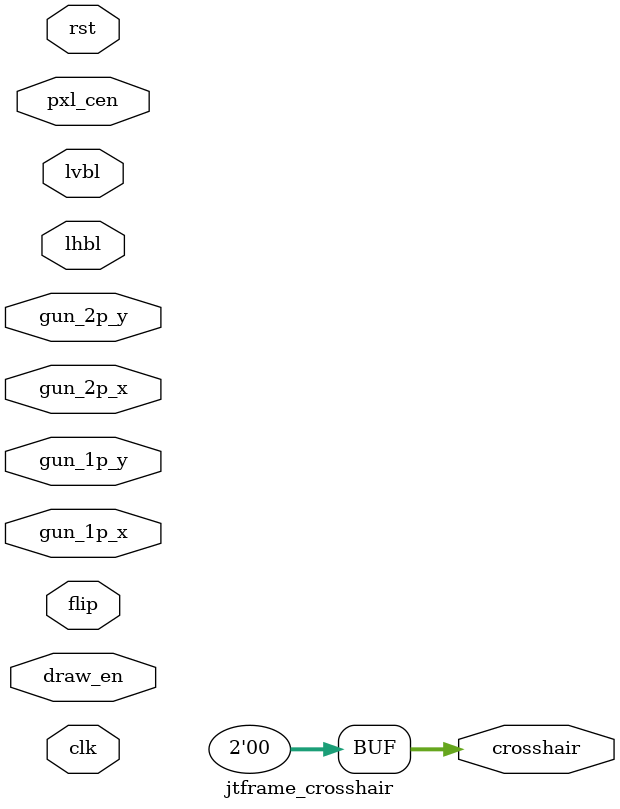
<source format=v>
/*  This file is part of JTFRAME.
    JTFRAME program is free software: you can redistribute it and/or modify
    it under the terms of the GNU General Public License as published by
    the Free Software Foundation, either version 3 of the License, or
    (at your option) any later version.

    JTFRAME program is distributed in the hope that it will be useful,
    but WITHOUT ANY WARRANTY; without even the implied warranty of
    MERCHANTABILITY or FITNESS FOR A PARTICULAR PURPOSE.  See the
    GNU General Public License for more details.

    You should have received a copy of the GNU General Public License
    along with JTFRAME.  If not, see <http://www.gnu.org/licenses/>.

    Author: Rafael Eduardo Paiva Feener. Copyright: Miki Saito
    Version: 1.0
    Date: 26-02-2025 */

module jtframe_crosshair(
    input        rst,
    input        clk,
    input        pxl_cen,
    input        lvbl,
    input        lhbl,
    input        flip,
    input        draw_en,
    input  [8:0] gun_1p_x,
    input  [8:0] gun_1p_y,
    input  [8:0] gun_2p_x,
    input  [8:0] gun_2p_y,
    output [1:0] crosshair
);

`ifdef JTFRAME_LIGHTGUN
wire [8:0] hcnt, vcnt;
wire [1:0] crosshairs;

assign crosshair = draw_en ? crosshairs : 2'b0;

jtframe_crosshair_draw crosshair_left(
    .clk        ( clk       ),
    .hcnt       ( hcnt      ),
    .vcnt       ( vcnt      ),
    .x          ( gun_1p_x  ),
    .y          ( gun_1p_y  ),
    .crosshair  ( crosshairs[0] )
);

jtframe_crosshair_draw crosshair_center(
    .clk        ( clk       ),
    .hcnt       ( hcnt      ),
    .vcnt       ( vcnt      ),
    .x          ( gun_2p_x  ),
    .y          ( gun_2p_y  ),
    .crosshair  ( crosshairs[1] )
);

jtframe_video_counter u_vidcnt(
    .rst        ( rst       ),
    .clk        ( clk       ),
    .pxl_cen    ( pxl_cen   ),
    .flip       ( flip      ),
    .lhbl       ( lhbl      ),
    .lvbl       ( lvbl      ),
    .v          ( vcnt      ),
    .h          ( hcnt      )
);
`else 
assign crosshair = 2'b0;
`endif

endmodule
</source>
